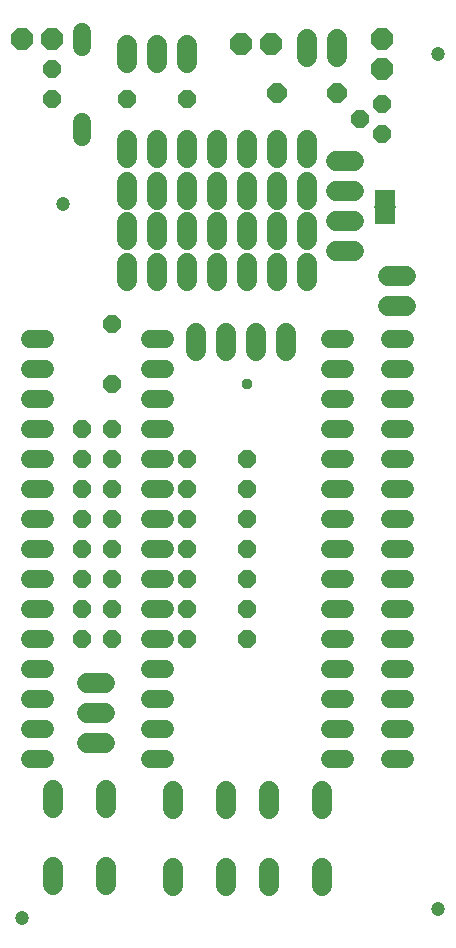
<source format=gts>
G75*
%MOIN*%
%OFA0B0*%
%FSLAX25Y25*%
%IPPOS*%
%LPD*%
%AMOC8*
5,1,8,0,0,1.08239X$1,22.5*
%
%ADD10C,0.04737*%
%ADD11C,0.05950*%
%ADD12C,0.06000*%
%ADD13OC8,0.06000*%
%ADD14C,0.06800*%
%ADD15OC8,0.07100*%
%ADD16OC8,0.06400*%
%ADD17R,0.07100X0.05400*%
%ADD18R,0.07200X0.00600*%
%ADD19C,0.06737*%
%ADD20C,0.03778*%
D10*
X0021600Y0058600D03*
X0160100Y0061600D03*
X0035100Y0296600D03*
X0160100Y0346600D03*
D11*
X0129175Y0251600D02*
X0124025Y0251600D01*
X0124025Y0241600D02*
X0129175Y0241600D01*
X0129175Y0231600D02*
X0124025Y0231600D01*
X0124025Y0221600D02*
X0129175Y0221600D01*
X0129175Y0211600D02*
X0124025Y0211600D01*
X0124025Y0201600D02*
X0129175Y0201600D01*
X0129175Y0191600D02*
X0124025Y0191600D01*
X0124025Y0181600D02*
X0129175Y0181600D01*
X0129175Y0171600D02*
X0124025Y0171600D01*
X0124025Y0161600D02*
X0129175Y0161600D01*
X0129175Y0151600D02*
X0124025Y0151600D01*
X0124025Y0141600D02*
X0129175Y0141600D01*
X0129175Y0131600D02*
X0124025Y0131600D01*
X0124025Y0121600D02*
X0129175Y0121600D01*
X0129175Y0111600D02*
X0124025Y0111600D01*
X0069175Y0111600D02*
X0064025Y0111600D01*
X0064025Y0121600D02*
X0069175Y0121600D01*
X0069175Y0131600D02*
X0064025Y0131600D01*
X0064025Y0141600D02*
X0069175Y0141600D01*
X0069175Y0151600D02*
X0064025Y0151600D01*
X0064025Y0161600D02*
X0069175Y0161600D01*
X0069175Y0171600D02*
X0064025Y0171600D01*
X0064025Y0181600D02*
X0069175Y0181600D01*
X0069175Y0191600D02*
X0064025Y0191600D01*
X0064025Y0201600D02*
X0069175Y0201600D01*
X0069175Y0211600D02*
X0064025Y0211600D01*
X0064025Y0221600D02*
X0069175Y0221600D01*
X0069175Y0231600D02*
X0064025Y0231600D01*
X0064025Y0241600D02*
X0069175Y0241600D01*
X0069175Y0251600D02*
X0064025Y0251600D01*
D12*
X0029200Y0251600D02*
X0024000Y0251600D01*
X0024000Y0241600D02*
X0029200Y0241600D01*
X0029200Y0231600D02*
X0024000Y0231600D01*
X0024000Y0221600D02*
X0029200Y0221600D01*
X0029200Y0211600D02*
X0024000Y0211600D01*
X0024000Y0201600D02*
X0029200Y0201600D01*
X0029200Y0191600D02*
X0024000Y0191600D01*
X0024000Y0181600D02*
X0029200Y0181600D01*
X0029200Y0171600D02*
X0024000Y0171600D01*
X0024000Y0161600D02*
X0029200Y0161600D01*
X0029200Y0151600D02*
X0024000Y0151600D01*
X0024000Y0141600D02*
X0029200Y0141600D01*
X0029200Y0131600D02*
X0024000Y0131600D01*
X0024000Y0121600D02*
X0029200Y0121600D01*
X0029200Y0111600D02*
X0024000Y0111600D01*
X0144000Y0111600D02*
X0149200Y0111600D01*
X0149200Y0121600D02*
X0144000Y0121600D01*
X0144000Y0131600D02*
X0149200Y0131600D01*
X0149200Y0141600D02*
X0144000Y0141600D01*
X0144000Y0151600D02*
X0149200Y0151600D01*
X0149200Y0161600D02*
X0144000Y0161600D01*
X0144000Y0171600D02*
X0149200Y0171600D01*
X0149200Y0181600D02*
X0144000Y0181600D01*
X0144000Y0191600D02*
X0149200Y0191600D01*
X0149200Y0201600D02*
X0144000Y0201600D01*
X0144000Y0211600D02*
X0149200Y0211600D01*
X0149200Y0221600D02*
X0144000Y0221600D01*
X0144000Y0231600D02*
X0149200Y0231600D01*
X0149200Y0241600D02*
X0144000Y0241600D01*
X0144000Y0251600D02*
X0149200Y0251600D01*
X0041600Y0319000D02*
X0041600Y0324200D01*
X0041600Y0349000D02*
X0041600Y0354200D01*
D13*
X0031600Y0341600D03*
X0031600Y0331600D03*
X0056600Y0331600D03*
X0076600Y0331600D03*
X0134100Y0325100D03*
X0141600Y0320100D03*
X0141600Y0330100D03*
X0051600Y0256600D03*
X0051600Y0236600D03*
X0051600Y0221600D03*
X0051600Y0211600D03*
X0041600Y0211600D03*
X0041600Y0221600D03*
X0041600Y0201600D03*
X0051600Y0201600D03*
X0051600Y0191600D03*
X0051600Y0181600D03*
X0041600Y0181600D03*
X0041600Y0191600D03*
X0041600Y0171600D03*
X0051600Y0171600D03*
X0051600Y0161600D03*
X0041600Y0161600D03*
X0041600Y0151600D03*
X0051600Y0151600D03*
X0076600Y0151600D03*
X0076600Y0161600D03*
X0076600Y0171600D03*
X0076600Y0181600D03*
X0076600Y0191600D03*
X0076600Y0201600D03*
X0076600Y0211600D03*
X0096600Y0211600D03*
X0096600Y0201600D03*
X0096600Y0191600D03*
X0096600Y0181600D03*
X0096600Y0171600D03*
X0096600Y0161600D03*
X0096600Y0151600D03*
D14*
X0049100Y0137100D02*
X0043100Y0137100D01*
X0043100Y0127100D02*
X0049100Y0127100D01*
X0049100Y0117100D02*
X0043100Y0117100D01*
X0049500Y0101400D02*
X0049500Y0095400D01*
X0031700Y0095400D02*
X0031700Y0101400D01*
X0031700Y0075800D02*
X0031700Y0069800D01*
X0049500Y0069800D02*
X0049500Y0075800D01*
X0071700Y0075300D02*
X0071700Y0069300D01*
X0089500Y0069300D02*
X0089500Y0075300D01*
X0103700Y0075300D02*
X0103700Y0069300D01*
X0121500Y0069300D02*
X0121500Y0075300D01*
X0121500Y0094900D02*
X0121500Y0100900D01*
X0103700Y0100900D02*
X0103700Y0094900D01*
X0089500Y0094900D02*
X0089500Y0100900D01*
X0071700Y0100900D02*
X0071700Y0094900D01*
X0079600Y0247600D02*
X0079600Y0253600D01*
X0089600Y0253600D02*
X0089600Y0247600D01*
X0099600Y0247600D02*
X0099600Y0253600D01*
X0109600Y0253600D02*
X0109600Y0247600D01*
X0106600Y0271100D02*
X0106600Y0277100D01*
X0106600Y0284600D02*
X0106600Y0290600D01*
X0106600Y0298100D02*
X0106600Y0304100D01*
X0106600Y0312100D02*
X0106600Y0318100D01*
X0096600Y0318100D02*
X0096600Y0312100D01*
X0096600Y0304100D02*
X0096600Y0298100D01*
X0096600Y0290600D02*
X0096600Y0284600D01*
X0096600Y0277100D02*
X0096600Y0271100D01*
X0086600Y0271100D02*
X0086600Y0277100D01*
X0086600Y0284600D02*
X0086600Y0290600D01*
X0086600Y0298100D02*
X0086600Y0304100D01*
X0086600Y0312100D02*
X0086600Y0318100D01*
X0076600Y0318100D02*
X0076600Y0312100D01*
X0076600Y0304100D02*
X0076600Y0298100D01*
X0076600Y0290600D02*
X0076600Y0284600D01*
X0076600Y0277100D02*
X0076600Y0271100D01*
X0066600Y0271100D02*
X0066600Y0277100D01*
X0066600Y0284600D02*
X0066600Y0290600D01*
X0066600Y0298100D02*
X0066600Y0304100D01*
X0066600Y0312100D02*
X0066600Y0318100D01*
X0056600Y0318100D02*
X0056600Y0312100D01*
X0056600Y0304100D02*
X0056600Y0298100D01*
X0056600Y0290600D02*
X0056600Y0284600D01*
X0056600Y0277100D02*
X0056600Y0271100D01*
X0116600Y0271100D02*
X0116600Y0277100D01*
X0116600Y0284600D02*
X0116600Y0290600D01*
X0116600Y0298100D02*
X0116600Y0304100D01*
X0116600Y0312100D02*
X0116600Y0318100D01*
X0126100Y0311100D02*
X0132100Y0311100D01*
X0132100Y0301100D02*
X0126100Y0301100D01*
X0126100Y0291100D02*
X0132100Y0291100D01*
X0132100Y0281100D02*
X0126100Y0281100D01*
X0076600Y0343600D02*
X0076600Y0349600D01*
X0066600Y0349600D02*
X0066600Y0343600D01*
X0056600Y0343600D02*
X0056600Y0349600D01*
D15*
X0031600Y0351600D03*
X0021600Y0351600D03*
X0094600Y0350100D03*
X0104600Y0350100D03*
X0141600Y0351600D03*
X0141600Y0341600D03*
D16*
X0126600Y0333600D03*
X0106600Y0333600D03*
D17*
X0142600Y0298600D03*
X0142600Y0292600D03*
D18*
X0142600Y0295600D03*
D19*
X0143631Y0272600D02*
X0149569Y0272600D01*
X0149569Y0262600D02*
X0143631Y0262600D01*
X0126600Y0345631D02*
X0126600Y0351569D01*
X0116600Y0351569D02*
X0116600Y0345631D01*
D20*
X0096600Y0236600D03*
M02*

</source>
